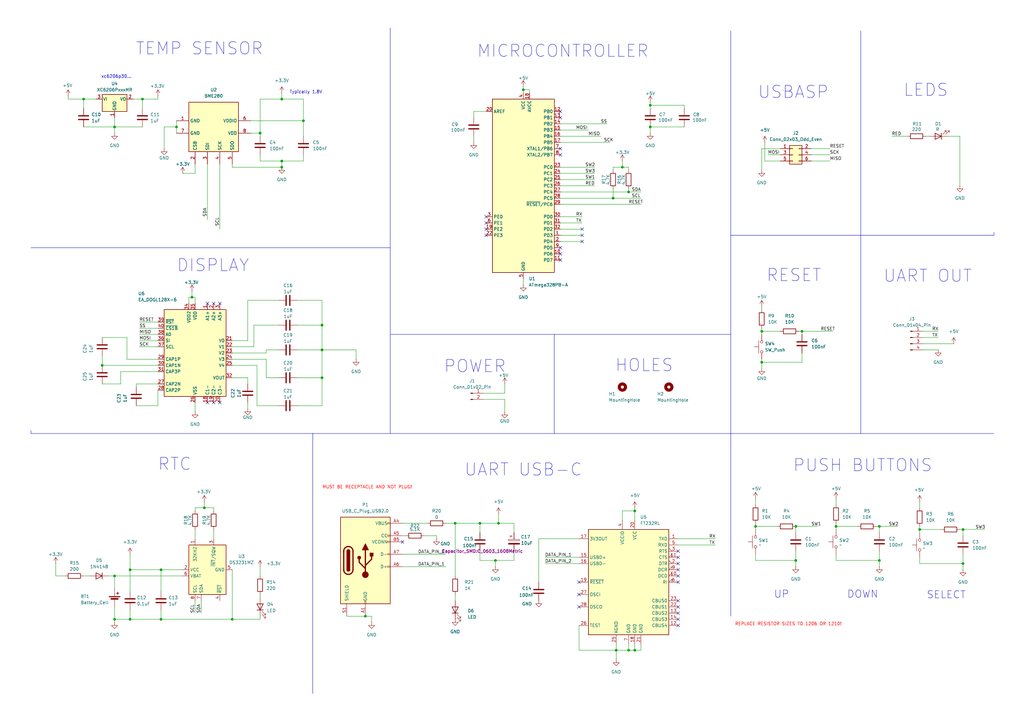
<source format=kicad_sch>
(kicad_sch (version 20231120) (generator "eeschema") (generator_version "8.0")
  (paper "A3")
  (title_block (title "NightStandClock") (date "2024-10-17") (company "Lucas Canete"))
  (junction (at 328.93 135.89))
  (junction (at 132.08 133.35))
  (junction (at 360.68 229.87))
  (junction (at 312.42 148.59))
  (junction (at 251.46 81.28))
  (junction (at 66.04 254))
  (junction (at 326.39 229.87))
  (junction (at 149.86 252.73))
  (junction (at 41.91 149.86))
  (junction (at 257.81 266.7))
  (junction (at 260.35 266.7))
  (junction (at 115.57 40.64))
  (junction (at 266.7 43.18))
  (junction (at 34.29 40.64))
  (junction (at 203.2 229.87))
  (junction (at 260.35 209.55))
  (junction (at 132.08 143.51))
  (junction (at 78.74 121.92))
  (junction (at 394.97 217.17))
  (junction (at 196.85 214.63))
  (junction (at 115.57 66.04))
  (junction (at 83.82 208.28))
  (junction (at 394.97 231.14))
  (junction (at 46.99 52.07))
  (junction (at 124.46 49.53))
  (junction (at 53.34 254))
  (junction (at 326.39 215.9))
  (junction (at 115.57 68.58))
  (junction (at 255.27 68.58))
  (junction (at 58.42 40.64))
  (junction (at 214.63 36.83))
  (junction (at 204.47 214.63))
  (junction (at 252.73 266.7))
  (junction (at 66.04 233.68))
  (junction (at 309.88 215.9))
  (junction (at 312.42 135.89))
  (junction (at 377.19 217.17))
  (junction (at 106.68 54.61))
  (junction (at 53.34 233.68))
  (junction (at 342.9 215.9))
  (junction (at 186.69 214.63))
  (junction (at 266.7 52.07))
  (junction (at 46.99 254))
  (junction (at 360.68 215.9))
  (junction (at 46.99 236.22))
  (junction (at 95.25 254))
  (junction (at 257.81 78.74))
  (junction (at 132.08 154.94))
  (junction (at 72.39 52.07))
  (no_connect (at 278.13 254))
  (no_connect (at 278.13 226.06))
  (no_connect (at 229.87 48.26))
  (no_connect (at 229.87 101.6))
  (no_connect (at 87.63 165.1))
  (no_connect (at 278.13 248.92))
  (no_connect (at 278.13 228.6))
  (no_connect (at 90.17 124.46))
  (no_connect (at 278.13 238.76))
  (no_connect (at 278.13 256.54))
  (no_connect (at 278.13 231.14))
  (no_connect (at 229.87 63.5))
  (no_connect (at 229.87 106.68))
  (no_connect (at 199.39 88.9))
  (no_connect (at 278.13 246.38))
  (no_connect (at 237.49 238.76))
  (no_connect (at 165.1 222.25))
  (no_connect (at 237.49 243.84))
  (no_connect (at 229.87 60.96))
  (no_connect (at 199.39 96.52))
  (no_connect (at 278.13 251.46))
  (no_connect (at 87.63 124.46))
  (no_connect (at 90.17 165.1))
  (no_connect (at 199.39 91.44))
  (no_connect (at 278.13 236.22))
  (no_connect (at 85.09 165.1))
  (no_connect (at 238.76 96.52))
  (no_connect (at 199.39 93.98))
  (no_connect (at 85.09 124.46))
  (no_connect (at 238.76 99.06))
  (no_connect (at 229.87 104.14))
  (no_connect (at 237.49 248.92))
  (no_connect (at 229.87 45.72))
  (no_connect (at 278.13 233.68))
  (no_connect (at 238.76 93.98))
  (wire (pts (xy 132.08 166.37) (xy 121.92 166.37)))
  (wire (pts (xy 124.46 49.53) (xy 124.46 55.88)))
  (wire (pts (xy 64.77 39.37) (xy 64.77 40.64)))
  (wire (pts (xy 229.87 99.06) (xy 238.76 99.06)))
  (wire (pts (xy 83.82 205.74) (xy 83.82 208.28)))
  (wire (pts (xy 95.25 142.24) (xy 104.14 142.24)))
  (wire (pts (xy 388.62 55.88) (xy 393.7 55.88)))
  (wire (pts (xy 46.99 236.22) (xy 74.93 236.22)))
  (wire (pts (xy 198.12 161.29) (xy 207.01 161.29)))
  (wire (pts (xy 90.17 67.31) (xy 90.17 93.98)))
  (wire (pts (xy 80.01 121.92) (xy 80.01 124.46)))
  (wire (pts (xy 72.39 52.07) (xy 72.39 54.61)))
  (wire (pts (xy 121.92 143.51) (xy 132.08 143.51)))
  (wire (pts (xy 52.07 147.32) (xy 52.07 138.43)))
  (wire (pts (xy 186.69 214.63) (xy 196.85 214.63)))
  (wire (pts (xy 105.41 149.86) (xy 105.41 166.37)))
  (wire (pts (xy 326.39 229.87) (xy 326.39 232.41)))
  (wire (pts (xy 179.07 219.71) (xy 179.07 220.98)))
  (wire (pts (xy 46.99 48.26) (xy 46.99 52.07)))
  (wire (pts (xy 260.35 266.7) (xy 262.89 266.7)))
  (polyline (pts (xy 160.02 137.16) (xy 299.72 137.16)))
  (wire (pts (xy 207.01 163.83) (xy 207.01 168.91)))
  (wire (pts (xy 237.49 266.7) (xy 252.73 266.7)))
  (wire (pts (xy 250.19 58.42) (xy 229.87 58.42)))
  (wire (pts (xy 165.1 219.71) (xy 166.37 219.71)))
  (wire (pts (xy 266.7 43.18) (xy 280.67 43.18)))
  (wire (pts (xy 229.87 91.44) (xy 238.76 91.44)))
  (wire (pts (xy 210.82 229.87) (xy 210.82 226.06)))
  (wire (pts (xy 257.81 266.7) (xy 260.35 266.7)))
  (wire (pts (xy 101.6 139.7) (xy 101.6 123.19)))
  (wire (pts (xy 377.19 205.74) (xy 377.19 208.28)))
  (wire (pts (xy 217.17 38.1) (xy 217.17 36.83)))
  (wire (pts (xy 165.1 214.63) (xy 175.26 214.63)))
  (wire (pts (xy 132.08 154.94) (xy 132.08 166.37)))
  (wire (pts (xy 320.04 60.96) (xy 312.42 60.96)))
  (wire (pts (xy 207.01 157.48) (xy 207.01 161.29)))
  (wire (pts (xy 377.19 217.17) (xy 386.08 217.17)))
  (wire (pts (xy 55.88 157.48) (xy 55.88 158.75)))
  (wire (pts (xy 146.05 143.51) (xy 146.05 147.32)))
  (wire (pts (xy 328.93 144.78) (xy 328.93 148.59)))
  (wire (pts (xy 342.9 229.87) (xy 360.68 229.87)))
  (wire (pts (xy 312.42 148.59) (xy 312.42 151.13)))
  (wire (pts (xy 203.2 229.87) (xy 210.82 229.87)))
  (wire (pts (xy 46.99 52.07) (xy 46.99 54.61)))
  (wire (pts (xy 87.63 217.17) (xy 87.63 220.98)))
  (wire (pts (xy 95.25 139.7) (xy 101.6 139.7)))
  (wire (pts (xy 377.19 217.17) (xy 377.19 218.44)))
  (wire (pts (xy 105.41 166.37) (xy 114.3 166.37)))
  (wire (pts (xy 309.88 204.47) (xy 309.88 207.01)))
  (wire (pts (xy 223.52 231.14) (xy 237.49 231.14)))
  (wire (pts (xy 165.1 232.41) (xy 182.88 232.41)))
  (wire (pts (xy 255.27 213.36) (xy 255.27 209.55)))
  (wire (pts (xy 237.49 256.54) (xy 237.49 266.7)))
  (wire (pts (xy 266.7 52.07) (xy 266.7 54.61)))
  (wire (pts (xy 210.82 214.63) (xy 210.82 218.44)))
  (wire (pts (xy 41.91 157.48) (xy 49.53 157.48)))
  (wire (pts (xy 115.57 66.04) (xy 124.46 66.04)))
  (wire (pts (xy 22.86 236.22) (xy 22.86 231.14)))
  (wire (pts (xy 104.14 142.24) (xy 104.14 133.35)))
  (wire (pts (xy 27.94 39.37) (xy 27.94 40.64)))
  (wire (pts (xy 85.09 67.31) (xy 85.09 90.17)))
  (wire (pts (xy 266.7 41.91) (xy 266.7 43.18)))
  (wire (pts (xy 332.74 66.04) (xy 340.36 66.04)))
  (wire (pts (xy 312.42 60.96) (xy 312.42 69.85)))
  (wire (pts (xy 106.68 232.41) (xy 106.68 236.22)))
  (wire (pts (xy 342.9 227.33) (xy 342.9 229.87)))
  (wire (pts (xy 121.92 123.19) (xy 132.08 123.19)))
  (wire (pts (xy 204.47 210.82) (xy 204.47 214.63)))
  (wire (pts (xy 132.08 143.51) (xy 132.08 154.94)))
  (polyline (pts (xy 407.67 177.8) (xy 299.72 177.8)))
  (wire (pts (xy 102.87 49.53) (xy 124.46 49.53)))
  (polyline (pts (xy 128.27 177.8) (xy 128.27 284.48)))
  (wire (pts (xy 39.37 40.64) (xy 34.29 40.64)))
  (wire (pts (xy 80.01 217.17) (xy 80.01 220.98)))
  (wire (pts (xy 80.01 165.1) (xy 80.01 168.91)))
  (wire (pts (xy 257.81 68.58) (xy 257.81 69.85)))
  (wire (pts (xy 214.63 36.83) (xy 214.63 38.1)))
  (wire (pts (xy 377.19 228.6) (xy 377.19 231.14)))
  (wire (pts (xy 66.04 233.68) (xy 66.04 242.57)))
  (wire (pts (xy 309.88 215.9) (xy 318.77 215.9)))
  (wire (pts (xy 255.27 66.04) (xy 255.27 68.58)))
  (wire (pts (xy 27.94 40.64) (xy 34.29 40.64)))
  (wire (pts (xy 77.47 124.46) (xy 77.47 121.92)))
  (polyline (pts (xy 160.02 96.52) (xy 160.02 177.8)))
  (wire (pts (xy 320.04 66.04) (xy 313.69 66.04)))
  (polyline (pts (xy 128.27 177.8) (xy 12.7 177.8)))
  (wire (pts (xy 204.47 214.63) (xy 210.82 214.63)))
  (wire (pts (xy 251.46 69.85) (xy 251.46 68.58)))
  (wire (pts (xy 102.87 54.61) (xy 106.68 54.61)))
  (wire (pts (xy 66.04 233.68) (xy 53.34 233.68)))
  (wire (pts (xy 278.13 220.98) (xy 293.37 220.98)))
  (wire (pts (xy 72.39 49.53) (xy 72.39 52.07)))
  (polyline (pts (xy 227.33 137.16) (xy 227.33 177.8)))
  (wire (pts (xy 229.87 71.12) (xy 243.84 71.12)))
  (wire (pts (xy 34.29 52.07) (xy 46.99 52.07)))
  (wire (pts (xy 312.42 147.32) (xy 312.42 148.59)))
  (wire (pts (xy 34.29 236.22) (xy 36.83 236.22)))
  (wire (pts (xy 229.87 55.88) (xy 246.38 55.88)))
  (wire (pts (xy 220.98 238.76) (xy 220.98 220.98)))
  (wire (pts (xy 26.67 236.22) (xy 22.86 236.22)))
  (wire (pts (xy 255.27 209.55) (xy 260.35 209.55)))
  (wire (pts (xy 106.68 66.04) (xy 115.57 66.04)))
  (wire (pts (xy 214.63 35.56) (xy 214.63 36.83)))
  (wire (pts (xy 255.27 68.58) (xy 257.81 68.58)))
  (wire (pts (xy 95.25 67.31) (xy 95.25 68.58)))
  (wire (pts (xy 251.46 81.28) (xy 262.89 81.28)))
  (wire (pts (xy 229.87 88.9) (xy 238.76 88.9)))
  (wire (pts (xy 64.77 166.37) (xy 64.77 160.02)))
  (wire (pts (xy 124.46 63.5) (xy 124.46 66.04)))
  (polyline (pts (xy 407.67 95.25) (xy 407.67 96.52)))
  (wire (pts (xy 280.67 43.18) (xy 280.67 44.45)))
  (wire (pts (xy 262.89 266.7) (xy 262.89 264.16)))
  (wire (pts (xy 326.39 226.06) (xy 326.39 229.87)))
  (wire (pts (xy 67.31 52.07) (xy 67.31 60.96)))
  (wire (pts (xy 115.57 66.04) (xy 115.57 68.58)))
  (wire (pts (xy 165.1 227.33) (xy 182.88 227.33)))
  (wire (pts (xy 124.46 40.64) (xy 124.46 49.53)))
  (wire (pts (xy 229.87 93.98) (xy 238.76 93.98)))
  (wire (pts (xy 266.7 52.07) (xy 280.67 52.07)))
  (wire (pts (xy 309.88 215.9) (xy 309.88 217.17)))
  (wire (pts (xy 260.35 209.55) (xy 260.35 213.36)))
  (wire (pts (xy 87.63 208.28) (xy 87.63 209.55)))
  (wire (pts (xy 152.4 252.73) (xy 152.4 255.27)))
  (wire (pts (xy 66.04 254) (xy 53.34 254)))
  (wire (pts (xy 214.63 114.3) (xy 214.63 116.84)))
  (wire (pts (xy 229.87 78.74) (xy 257.81 78.74)))
  (wire (pts (xy 95.25 154.94) (xy 101.6 154.94)))
  (wire (pts (xy 64.77 147.32) (xy 52.07 147.32)))
  (wire (pts (xy 46.99 248.92) (xy 46.99 254)))
  (wire (pts (xy 186.69 243.84) (xy 186.69 246.38)))
  (wire (pts (xy 229.87 83.82) (xy 262.89 83.82)))
  (wire (pts (xy 52.07 138.43) (xy 41.91 138.43)))
  (wire (pts (xy 58.42 40.64) (xy 58.42 44.45)))
  (wire (pts (xy 49.53 157.48) (xy 49.53 152.4)))
  (wire (pts (xy 194.31 55.88) (xy 194.31 58.42)))
  (wire (pts (xy 229.87 96.52) (xy 238.76 96.52)))
  (wire (pts (xy 252.73 266.7) (xy 252.73 270.51)))
  (wire (pts (xy 260.35 208.28) (xy 260.35 209.55)))
  (wire (pts (xy 106.68 254) (xy 95.25 254)))
  (wire (pts (xy 72.39 52.07) (xy 67.31 52.07)))
  (wire (pts (xy 80.01 209.55) (xy 80.01 208.28)))
  (wire (pts (xy 106.68 54.61) (xy 106.68 40.64)))
  (polyline (pts (xy 299.72 177.8) (xy 128.27 177.8)))
  (wire (pts (xy 95.25 254) (xy 66.04 254)))
  (wire (pts (xy 223.52 228.6) (xy 237.49 228.6)))
  (wire (pts (xy 57.15 142.24) (xy 64.77 142.24)))
  (wire (pts (xy 53.34 254) (xy 46.99 254)))
  (wire (pts (xy 313.69 58.42) (xy 313.69 66.04)))
  (wire (pts (xy 379.73 55.88) (xy 381 55.88)))
  (wire (pts (xy 106.68 243.84) (xy 106.68 245.11)))
  (wire (pts (xy 64.77 157.48) (xy 55.88 157.48)))
  (wire (pts (xy 252.73 266.7) (xy 257.81 266.7)))
  (wire (pts (xy 394.97 227.33) (xy 394.97 231.14)))
  (wire (pts (xy 332.74 60.96) (xy 340.36 60.96)))
  (wire (pts (xy 359.41 215.9) (xy 360.68 215.9)))
  (wire (pts (xy 196.85 226.06) (xy 196.85 229.87)))
  (wire (pts (xy 78.74 119.38) (xy 78.74 121.92)))
  (wire (pts (xy 53.34 227.33) (xy 53.34 233.68)))
  (wire (pts (xy 327.66 135.89) (xy 328.93 135.89)))
  (wire (pts (xy 229.87 81.28) (xy 251.46 81.28)))
  (wire (pts (xy 314.96 63.5) (xy 320.04 63.5)))
  (wire (pts (xy 46.99 236.22) (xy 46.99 241.3)))
  (wire (pts (xy 342.9 214.63) (xy 342.9 215.9)))
  (wire (pts (xy 74.93 71.12) (xy 80.01 71.12)))
  (wire (pts (xy 328.93 135.89) (xy 341.63 135.89)))
  (wire (pts (xy 377.19 215.9) (xy 377.19 217.17)))
  (wire (pts (xy 95.25 149.86) (xy 105.41 149.86)))
  (wire (pts (xy 393.7 217.17) (xy 394.97 217.17)))
  (wire (pts (xy 106.68 252.73) (xy 106.68 254)))
  (wire (pts (xy 53.34 233.68) (xy 53.34 242.57)))
  (wire (pts (xy 58.42 40.64) (xy 64.77 40.64)))
  (wire (pts (xy 251.46 77.47) (xy 251.46 81.28)))
  (wire (pts (xy 80.01 246.38) (xy 80.01 251.46)))
  (wire (pts (xy 278.13 223.52) (xy 293.37 223.52)))
  (polyline (pts (xy 160.02 11.43) (xy 160.02 96.52)))
  (wire (pts (xy 34.29 40.64) (xy 34.29 44.45)))
  (polyline (pts (xy 299.72 96.52) (xy 407.67 96.52)))
  (wire (pts (xy 83.82 208.28) (xy 87.63 208.28)))
  (wire (pts (xy 326.39 215.9) (xy 326.39 218.44)))
  (wire (pts (xy 394.97 231.14) (xy 394.97 233.68)))
  (wire (pts (xy 95.25 68.58) (xy 115.57 68.58)))
  (wire (pts (xy 326.39 215.9) (xy 335.28 215.9)))
  (wire (pts (xy 378.46 135.89) (xy 384.81 135.89)))
  (wire (pts (xy 46.99 52.07) (xy 58.42 52.07)))
  (wire (pts (xy 360.68 215.9) (xy 360.68 218.44)))
  (wire (pts (xy 217.17 36.83) (xy 214.63 36.83)))
  (wire (pts (xy 95.25 233.68) (xy 95.25 254)))
  (wire (pts (xy 394.97 217.17) (xy 403.86 217.17)))
  (wire (pts (xy 80.01 208.28) (xy 83.82 208.28)))
  (wire (pts (xy 149.86 252.73) (xy 152.4 252.73)))
  (wire (pts (xy 328.93 148.59) (xy 312.42 148.59)))
  (wire (pts (xy 377.19 231.14) (xy 394.97 231.14)))
  (wire (pts (xy 260.35 264.16) (xy 260.35 266.7)))
  (wire (pts (xy 196.85 214.63) (xy 204.47 214.63)))
  (polyline (pts (xy 12.7 176.53) (xy 12.7 177.8)))
  (wire (pts (xy 229.87 73.66) (xy 243.84 73.66)))
  (wire (pts (xy 57.15 134.62) (xy 64.77 134.62)))
  (wire (pts (xy 109.22 144.78) (xy 109.22 143.51)))
  (wire (pts (xy 312.42 135.89) (xy 312.42 137.16)))
  (wire (pts (xy 115.57 40.64) (xy 124.46 40.64)))
  (wire (pts (xy 312.42 134.62) (xy 312.42 135.89)))
  (wire (pts (xy 229.87 68.58) (xy 243.84 68.58)))
  (wire (pts (xy 95.25 144.78) (xy 109.22 144.78)))
  (wire (pts (xy 49.53 152.4) (xy 64.77 152.4)))
  (wire (pts (xy 378.46 140.97) (xy 391.16 140.97)))
  (wire (pts (xy 342.9 215.9) (xy 342.9 217.17)))
  (wire (pts (xy 109.22 147.32) (xy 109.22 154.94)))
  (wire (pts (xy 309.88 227.33) (xy 309.88 229.87)))
  (wire (pts (xy 342.9 215.9) (xy 351.79 215.9)))
  (wire (pts (xy 44.45 236.22) (xy 46.99 236.22)))
  (wire (pts (xy 109.22 143.51) (xy 114.3 143.51)))
  (wire (pts (xy 196.85 229.87) (xy 203.2 229.87)))
  (wire (pts (xy 121.92 154.94) (xy 132.08 154.94)))
  (wire (pts (xy 57.15 132.08) (xy 64.77 132.08)))
  (wire (pts (xy 132.08 143.51) (xy 146.05 143.51)))
  (wire (pts (xy 46.99 254) (xy 46.99 255.27)))
  (polyline (pts (xy 299.72 12.7) (xy 299.72 177.8)))
  (wire (pts (xy 393.7 55.88) (xy 393.7 76.2)))
  (wire (pts (xy 66.04 250.19) (xy 66.04 254)))
  (wire (pts (xy 186.69 214.63) (xy 186.69 236.22)))
  (wire (pts (xy 328.93 135.89) (xy 328.93 137.16)))
  (wire (pts (xy 41.91 149.86) (xy 64.77 149.86)))
  (wire (pts (xy 309.88 229.87) (xy 326.39 229.87)))
  (wire (pts (xy 360.68 215.9) (xy 368.3 215.9)))
  (wire (pts (xy 257.81 78.74) (xy 262.89 78.74)))
  (wire (pts (xy 82.55 246.38) (xy 82.55 251.46)))
  (wire (pts (xy 95.25 147.32) (xy 109.22 147.32)))
  (wire (pts (xy 142.24 252.73) (xy 149.86 252.73)))
  (wire (pts (xy 121.92 133.35) (xy 132.08 133.35)))
  (wire (pts (xy 378.46 138.43) (xy 384.81 138.43)))
  (wire (pts (xy 101.6 165.1) (xy 101.6 167.64)))
  (wire (pts (xy 109.22 154.94) (xy 114.3 154.94)))
  (wire (pts (xy 229.87 53.34) (xy 241.3 53.34)))
  (wire (pts (xy 199.39 45.72) (xy 194.31 45.72)))
  (wire (pts (xy 101.6 123.19) (xy 114.3 123.19)))
  (wire (pts (xy 74.93 233.68) (xy 66.04 233.68)))
  (wire (pts (xy 104.14 133.35) (xy 114.3 133.35)))
  (wire (pts (xy 54.61 40.64) (xy 58.42 40.64)))
  (wire (pts (xy 229.87 50.8) (xy 248.92 50.8)))
  (wire (pts (xy 78.74 121.92) (xy 80.01 121.92)))
  (polyline (pts (xy 12.7 101.6) (xy 160.02 101.6)))
  (wire (pts (xy 203.2 229.87) (xy 203.2 232.41)))
  (wire (pts (xy 55.88 166.37) (xy 64.77 166.37)))
  (wire (pts (xy 220.98 220.98) (xy 237.49 220.98)))
  (wire (pts (xy 106.68 54.61) (xy 106.68 55.88)))
  (wire (pts (xy 332.74 63.5) (xy 340.36 63.5)))
  (polyline (pts (xy 353.06 12.7) (xy 353.06 177.8)))
  (wire (pts (xy 365.76 55.88) (xy 372.11 55.88)))
  (wire (pts (xy 77.47 121.92) (xy 78.74 121.92)))
  (wire (pts (xy 53.34 250.19) (xy 53.34 254)))
  (wire (pts (xy 101.6 154.94) (xy 101.6 157.48)))
  (wire (pts (xy 194.31 45.72) (xy 194.31 48.26)))
  (wire (pts (xy 309.88 214.63) (xy 309.88 215.9)))
  (wire (pts (xy 266.7 43.18) (xy 266.7 44.45)))
  (wire (pts (xy 132.08 133.35) (xy 132.08 143.51)))
  (polyline (pts (xy 299.72 177.8) (xy 299.72 252.73)))
  (wire (pts (xy 57.15 137.16) (xy 64.77 137.16)))
  (wire (pts (xy 173.99 219.71) (xy 179.07 219.71)))
  (wire (pts (xy 257.81 77.47) (xy 257.81 78.74)))
  (wire (pts (xy 106.68 40.64) (xy 115.57 40.64)))
  (wire (pts (xy 312.42 135.89) (xy 320.04 135.89)))
  (wire (pts (xy 182.88 214.63) (xy 186.69 214.63)))
  (wire (pts (xy 132.08 123.19) (xy 132.08 133.35)))
  (wire (pts (xy 312.42 127) (xy 312.42 125.73)))
  (wire (pts (xy 229.87 76.2) (xy 243.84 76.2)))
  (wire (pts (xy 342.9 204.47) (xy 342.9 207.01)))
  (wire (pts (xy 41.91 146.05) (xy 41.91 149.86)))
  (wire (pts (xy 394.97 217.17) (xy 394.97 219.71)))
  (wire (pts (xy 360.68 229.87) (xy 360.68 232.41)))
  (wire (pts (xy 198.12 163.83) (xy 207.01 163.83)))
  (wire (pts (xy 57.15 139.7) (xy 64.77 139.7)))
  (wire (pts (xy 257.81 264.16) (xy 257.81 266.7)))
  (wire (pts (xy 360.68 226.06) (xy 360.68 229.87)))
  (wire (pts (xy 251.46 68.58) (xy 255.27 68.58)))
  (wire (pts (xy 80.01 71.12) (xy 80.01 67.31)))
  (wire (pts (xy 196.85 214.63) (xy 196.85 218.44)))
  (wire (pts (xy 378.46 143.51) (xy 384.81 143.51)))
  (wire (pts (xy 252.73 264.16) (xy 252.73 266.7)))
  (wire (pts (xy 115.57 38.1) (xy 115.57 40.64)))
  (wire (pts (xy 106.68 63.5) (xy 106.68 66.04)))
  (text "RESET" (at 325.628 113.03 0) (effects (font (size 5 5))))
  (text "UP" (at 320.548 243.84 0) (effects (font (size 3 3))))
  (text "DISPLAY" (at 87.376 108.966 0) (effects (font (size 5 5))))
  (text "REPLACE RESISTOR SIZES TO 1206 OR 1210!" (at 323.342 256.032 0) (effects (font (size 1.27 1.27))))
  (text "Typically 1.8V\n" (at 125.476 37.846 0) (effects (font (size 1.27 1.27))))
  (text "HOLES\n" (at 264.2008 149.9621 0) (effects (font (size 5 5))))
  (text "UART USB-C\n" (at 214.63 192.786 0) (effects (font (size 5 5))))
  (text "POWER\n" (at 194.818 150.368 0) (effects (font (size 5 5))))
  (text "xc6206p30..." (at 47.752 31.496 0) (effects (font (size 1.27 1.27))))
  (text "UART OUT\n\n" (at 380.492 117.348 0) (effects (font (size 5 5))))
  (text "PUSH BUTTONS" (at 353.822 191.008 0) (effects (font (size 5 5))))
  (text "DOWN\n" (at 353.822 243.84 0) (effects (font (size 3 3))))
  (text "MUST BE RECEPTACLE AND NOT PLUG!" (at 150.622 199.898 0) (effects (font (size 1.27 1.27))))
  (text "MICROCONTROLLER" (at 230.886 21.082 0) (effects (font (size 5 5))))
  (text "TEMP SENSOR" (at 81.788 20.066 0) (effects (font (size 5 5))))
  (text "SELECT\n" (at 388.112 244.094 0) (effects (font (size 3 3))))
  (text "LEDS\n" (at 379.73 37.084 0) (effects (font (size 5 5))))
  (text "USBASP\n\n\n" (at 325.374 45.974 0) (effects (font (size 5 5))))
  (text "RTC\n" (at 71.628 190.5 0) (effects (font (size 5 5))))
  (label "SW1" (at 240.03 73.66 0))
  (label "SCK" (at 340.36 63.5 0))
  (label "MISO" (at 340.36 66.04 0))
  (label "SW1" (at 332.74 215.9 0))
  (label "MOSI" (at 236.22 53.34 0))
  (label "MISO" (at 57.15 137.16 0))
  (label "RED" (at 365.76 55.88 0))
  (label "MOSI" (at 57.15 139.7 0))
  (label "DATA_PIN_1" (at 223.52 228.6 0))
  (label "RX" (at 382.27 135.89 0))
  (label "SW2" (at 240.03 68.58 0))
  (label "TX" (at 236.22 91.44 0))
  (label "SW3" (at 400.05 217.17 0))
  (label "SCK" (at 57.15 142.24 0))
  (label "SDA" (at 82.55 251.46 90))
  (label "RESET" (at 257.81 83.82 0))
  (label "DATA_PIN_1" (at 171.45 232.41 0))
  (label "RX" (at 290.83 220.98 0))
  (label "SW2" (at 364.49 215.9 0))
  (label "TX" (at 290.83 223.52 0))
  (label "RESET" (at 340.36 60.96 0))
  (label "SCL" (at 80.01 251.46 90))
  (label "SCL" (at 90.17 92.71 90))
  (label "SW3" (at 240.03 71.12 0))
  (label "RED" (at 240.03 76.2 0))
  (label "MISO" (at 241.3 55.88 0))
  (label "TX" (at 382.27 138.43 0))
  (label "SCK" (at 247.65 58.42 0))
  (label "SCL" (at 259.08 81.28 0))
  (label "DATA_PIN_2" (at 171.45 227.33 0))
  (label "SS" (at 57.15 134.62 0))
  (label "DATA_PIN_2" (at 223.52 231.14 0))
  (label "SDA" (at 85.09 88.9 90))
  (label "RESET" (at 336.55 135.89 0))
  (label "RX" (at 236.22 88.9 0))
  (label "SS" (at 246.38 50.8 0))
  (label "SDA" (at 259.08 78.74 0))
  (label "MOSI" (at 314.96 63.5 0))
  (label "RESET" (at 57.15 132.08 0))
  (symbol (lib_id "power:GND") (at 203.2 232.41 0) (unit 1)
    (property "Reference" "#PWR039" (effects (hide yes)))
    (property "Value" "GND" (at 203.2 237.49 0))
    (property "Description" "Power symbol creates a global label with name \"GND\" , ground" (effects (hide yes)))
  )
  (symbol (lib_id "Device:LED") (at 106.68 248.92 90) (unit 1)
    (property "Reference" "D4" (at 109.474 247.904 90) (effects (justify right)))
    (property "Value" "LED" (at 109.474 250.444 90) (effects (justify right)))
    (property "Footprint" "LED_SMD:LED_0603_1608Metric" (effects (hide yes)))
    (property "Description" "Light emitting diode" (effects (hide yes)))
  )
  (symbol (lib_id "Timer_RTC:DS3231MZ") (at 85.09 233.68 90) (unit 1)
    (property "Reference" "U3" (at 99.06 228.1838 90))
    (property "Value" "DS3231MZ" (at 99.06 230.7238 90))
    (property "Footprint" "Package_SO:SOIC-8_3.9x4.9mm_P1.27mm" (effects (hide yes)))
    (property "Datasheet" "http://datasheets.maximintegrated.com/en/ds/DS3231M.pdf" (effects (hide yes)))
    (property "Description" "±5ppm, I2C Real-Time Clock SOIC-8" (effects (hide yes)))
  )
  (symbol (lib_id "power:GND") (at 80.01 168.91 0) (unit 1)
    (property "Reference" "#PWR041" (effects (hide yes)))
    (property "Value" "GND" (at 80.01 173.99 0))
    (property "Description" "Power symbol creates a global label with name \"GND\" , ground" (effects (hide yes)))
  )
  (symbol (lib_id "power:VCC") (at 377.19 205.74 0) (unit 1)
    (property "Reference" "#PWR06" (effects (hide yes)))
    (property "Value" "+5V" (at 374.904 200.914 0) (effects (justify left)))
    (property "Description" "Power symbol creates a global label with name \"VCC\"" (effects (hide yes)))
  )
  (symbol (lib_id "power:+3.3V") (at 74.93 71.12 0) (unit 1)
    (property "Reference" "#PWR07" (effects (hide yes)))
    (property "Value" "+3.3V" (at 74.93 67.31 0))
    (property "Description" "Power symbol creates a global label with name \"+3.3V\"" (effects (hide yes)))
  )
  (symbol (lib_id "power:GND") (at 252.73 270.51 0) (unit 1)
    (property "Reference" "#PWR034" (effects (hide yes)))
    (property "Value" "GND" (at 252.73 275.59 0))
    (property "Description" "Power symbol creates a global label with name \"GND\" , ground" (effects (hide yes)))
  )
  (symbol (lib_id "Regulator_Linear:XC6206PxxxMR") (at 46.99 40.64 0) (unit 1)
    (property "Reference" "U4" (at 46.99 34.29 0))
    (property "Value" "XC6206PxxxMR" (at 46.99 36.83 0))
    (property "Footprint" "Package_TO_SOT_SMD:SOT-23" (effects (hide yes)))
    (property "Datasheet" "https://www.torexsemi.com/file/xc6206/XC6206.pdf" (effects (hide yes)))
    (property "Description" "Positive 60-250mA Low Dropout Regulator, Fixed Output, SOT-23" (effects (hide yes)))
  )
  (symbol (lib_id "Device:C") (at 55.88 162.56 180) (unit 1)
    (property "Reference" "C23" (at 48.768 163.322 90))
    (property "Value" "1uF" (at 51.308 163.322 90))
    (property "Footprint" "Capacitor_SMD:C_0603_1608Metric" (effects (hide yes)))
    (property "Description" "Unpolarized capacitor" (effects (hide yes)))
  )
  (symbol (lib_id "Device:C") (at 101.6 161.29 180) (unit 1)
    (property "Reference" "C22" (at 95.504 161.29 90))
    (property "Value" "1uF" (at 98.044 161.29 90))
    (property "Footprint" "Capacitor_SMD:C_0603_1608Metric" (effects (hide yes)))
    (property "Description" "Unpolarized capacitor" (effects (hide yes)))
  )
  (symbol (lib_id "Device:C") (at 34.29 48.26 0) (unit 1)
    (property "Reference" "C10" (at 37.5013 46.9899 0) (effects (justify left)))
    (property "Value" "1uF" (at 37.5013 49.5299 0) (effects (justify left)))
    (property "Footprint" "Capacitor_SMD:C_0603_1608Metric" (effects (hide yes)))
    (property "Description" "Unpolarized capacitor" (effects (hide yes)))
  )
  (symbol (lib_id "Device:C") (at 118.11 133.35 90) (unit 1)
    (property "Reference" "C18" (at 118.11 127.254 90))
    (property "Value" "1uF" (at 118.11 129.794 90))
    (property "Footprint" "Capacitor_SMD:C_0603_1608Metric" (effects (hide yes)))
    (property "Description" "Unpolarized capacitor" (effects (hide yes)))
  )
  (symbol (lib_id "power:GND") (at 394.97 233.68 0) (unit 1)
    (property "Reference" "#PWR03" (effects (hide yes)))
    (property "Value" "GND" (at 394.97 238.76 0))
    (property "Description" "Power symbol creates a global label with name \"GND\" , ground" (effects (hide yes)))
  )
  (symbol (lib_id "power:VCC") (at 266.7 41.91 0) (unit 1)
    (property "Reference" "#PWR019" (effects (hide yes)))
    (property "Value" "+5V" (at 266.7 38.354 0))
    (property "Description" "Power symbol creates a global label with name \"VCC\"" (effects (hide yes)))
  )
  (symbol (lib_id "power:VCC") (at 342.9 204.47 0) (unit 1)
    (property "Reference" "#PWR05" (effects (hide yes)))
    (property "Value" "+5V" (at 340.868 200.406 0) (effects (justify left)))
    (property "Description" "Power symbol creates a global label with name \"VCC\"" (effects (hide yes)))
  )
  (symbol (lib_id "power:GND") (at 312.42 151.13 0) (unit 1)
    (property "Reference" "#PWR018" (effects (hide yes)))
    (property "Value" "GND" (at 312.42 155.194 0))
    (property "Description" "Power symbol creates a global label with name \"GND\" , ground" (effects (hide yes)))
  )
  (symbol (lib_id "Device:C") (at 220.98 242.57 0) (unit 1)
    (property "Reference" "C14" (at 214.122 241.3 0) (effects (justify left)))
    (property "Value" "100nF" (at 212.852 244.094 0) (effects (justify left)))
    (property "Footprint" "Capacitor_SMD:C_0603_1608Metric" (effects (hide yes)))
    (property "Description" "Unpolarized capacitor" (effects (hide yes)))
  )
  (symbol (lib_id "Device:C") (at 118.11 143.51 90) (unit 1)
    (property "Reference" "C19" (at 118.11 137.414 90))
    (property "Value" "1uF" (at 118.11 139.954 90))
    (property "Footprint" "Capacitor_SMD:C_0603_1608Metric" (effects (hide yes)))
    (property "Description" "Unpolarized capacitor" (effects (hide yes)))
  )
  (symbol (lib_id "power:GND") (at 220.98 246.38 0) (unit 1)
    (property "Reference" "#PWR037" (effects (hide yes)))
    (property "Value" "GND" (at 216.154 247.65 0))
    (property "Description" "Power symbol creates a global label with name \"GND\" , ground" (effects (hide yes)))
  )
  (symbol (lib_id "power:+5V") (at 260.35 208.28 0) (unit 1)
    (property "Reference" "#PWR036" (effects (hide yes)))
    (property "Value" "+5V" (at 260.35 203.2 0))
    (property "Description" "Power symbol creates a global label with name \"+5V\"" (effects (hide yes)))
  )
  (symbol (lib_id "power:VCC") (at 391.16 140.97 0) (unit 1)
    (property "Reference" "#PWR014" (effects (hide yes)))
    (property "Value" "+5V" (at 391.16 135.89 0))
    (property "Description" "Power symbol creates a global label with name \"VCC\"" (effects (hide yes)))
  )
  (symbol (lib_id "Interface_USB:FT232RL") (at 257.81 238.76 0) (unit 1)
    (property "Reference" "U5" (at 262.5441 212.09 0) (effects (justify left)))
    (property "Value" "FT232RL" (at 262.5441 214.63 0) (effects (justify left)))
    (property "Footprint" "Package_SO:SSOP-28_5.3x10.2mm_P0.65mm" (effects (hide yes)))
    (property "Datasheet" "https://www.ftdichip.com/Support/Documents/DataSheets/ICs/DS_FT232R.pdf" (effects (hide yes)))
    (property "Description" "USB to Serial Interface, SSOP-28" (effects (hide yes)))
  )
  (symbol (lib_id "power:+5V") (at 106.68 232.41 0) (unit 1)
    (property "Reference" "#PWR029" (effects (hide yes)))
    (property "Value" "+3.3V" (at 109.22 231.1399 0) (effects (justify left)))
    (property "Description" "Power symbol creates a global label with name \"+5V\"" (effects (hide yes)))
  )
  (symbol (lib_id "power:GND") (at 115.57 68.58 0) (unit 1)
    (property "Reference" "#PWR09" (effects (hide yes)))
    (property "Value" "GND" (at 115.57 73.66 0))
    (property "Description" "Power symbol creates a global label with name \"GND\" , ground" (effects (hide yes)))
  )
  (symbol (lib_id "Device:R") (at 322.58 215.9 90) (unit 1)
    (property "Reference" "R4" (at 322.58 209.55 90))
    (property "Value" "10K" (at 322.58 212.09 90))
    (property "Footprint" "Resistor_SMD:R_0603_1608Metric" (effects (hide yes)))
    (property "Description" "Resistor" (effects (hide yes)))
  )
  (symbol (lib_id "Device:LED") (at 384.81 55.88 180) (unit 1)
    (property "Reference" "D1" (at 384.81 50.8 0))
    (property "Value" "R" (at 384.556 53.086 0))
    (property "Footprint" "LED_SMD:LED_0603_1608Metric" (effects (hide yes)))
    (property "Description" "Light emitting diode" (effects (hide yes)))
  )
  (symbol (lib_id "power:GND") (at 214.63 116.84 0) (unit 1)
    (property "Reference" "#PWR011" (effects (hide yes)))
    (property "Value" "GND" (at 214.63 121.92 0))
    (property "Description" "Power symbol creates a global label with name \"GND\" , ground" (effects (hide yes)))
  )
  (symbol (lib_id "power:+5V") (at 22.86 231.14 0) (unit 1)
    (property "Reference" "#PWR031" (effects (hide yes)))
    (property "Value" "+3.3V" (at 19.812 227.33 0) (effects (justify left)))
    (property "Description" "Power symbol creates a global label with name \"+5V\"" (effects (hide yes)))
  )
  (symbol (lib_id "Switch:SW_Push") (at 312.42 142.24 90) (unit 1)
    (property "Reference" "SW4" (at 313.69 140.9699 90) (effects (justify right)))
    (property "Value" "SW_Push" (at 313.69 143.5099 90) (effects (justify right)))
    (property "Footprint" "Button_Switch_THT:SW_PUSH_1P1T_6x3.5mm_H4.3_APEM_MJTP1243" (effects (hide yes)))
    (property "Description" "Push button switch, generic, two pins" (effects (hide yes)))
  )
  (symbol (lib_id "Device:C") (at 360.68 222.25 0) (unit 1)
    (property "Reference" "C2" (at 364.49 220.9799 0) (effects (justify left)))
    (property "Value" "100nF" (at 364.49 223.5199 0) (effects (justify left)))
    (property "Footprint" "Capacitor_SMD:C_0603_1608Metric" (effects (hide yes)))
    (property "Description" "Unpolarized capacitor" (effects (hide yes)))
  )
  (symbol (lib_id "Device:R") (at 80.01 213.36 180) (unit 1)
    (property "Reference" "R18" (at 76.2 213.36 90))
    (property "Value" "4.7K" (at 77.978 213.36 90))
    (property "Footprint" "Resistor_SMD:R_0603_1608Metric" (effects (hide yes)))
    (property "Description" "Resistor" (effects (hide yes)))
  )
  (symbol (lib_id "MCU_Microchip_ATmega:ATmega328PB-A") (at 214.63 76.2 0) (unit 1)
    (property "Reference" "U1" (at 216.8241 114.3 0) (effects (justify left)))
    (property "Value" "ATmega328PB-A" (at 216.8241 116.84 0) (effects (justify left)))
    (property "Footprint" "Package_QFP:TQFP-32_7x7mm_P0.8mm" (effects (hide yes)))
    (property "Datasheet" "http://ww1.microchip.com/downloads/en/DeviceDoc/40001906C.pdf" (effects (hide yes)))
    (property "Description" "20MHz, 32kB Flash, 2kB SRAM, 1kB EEPROM, TQFP-32" (effects (hide yes)))
  )
  (symbol (lib_id "Device:C") (at 41.91 142.24 180) (unit 1)
    (property "Reference" "C24" (at 34.798 143.002 90))
    (property "Value" "1uF" (at 37.338 143.002 90))
    (property "Footprint" "Capacitor_SMD:C_0603_1608Metric" (effects (hide yes)))
    (property "Description" "Unpolarized capacitor" (effects (hide yes)))
  )
  (symbol (lib_id "Device:R") (at 323.85 135.89 90) (unit 1)
    (property "Reference" "R10" (at 323.85 129.54 90))
    (property "Value" "10K" (at 323.85 132.08 90))
    (property "Footprint" "Resistor_SMD:R_0603_1608Metric" (effects (hide yes)))
    (property "Description" "Resistor" (effects (hide yes)))
  )
  (symbol (lib_id "Connector_Generic:Conn_02x03_Odd_Even") (at 325.12 63.5 0) (unit 1)
    (property "Reference" "J2" (at 326.39 54.61 0))
    (property "Value" "Conn_02x03_Odd_Even" (at 326.39 57.15 0))
    (property "Footprint" "Connector_PinSocket_2.54mm:PinSocket_2x03_P2.54mm_Vertical" (effects (hide yes)))
    (property "Description" "Generic connector, double row, 02x03, odd/even pin numbering scheme (row 1 odd numbers, row 2 even numbers), script generated (kicad-library-utils/schlib/autogen/connector/)" (effects (hide yes)))
  )
  (symbol (lib_id "Device:C") (at 41.91 153.67 180) (unit 1)
    (property "Reference" "C25" (at 34.798 154.432 90))
    (property "Value" "1uF" (at 37.338 154.432 90))
    (property "Footprint" "Capacitor_SMD:C_0603_1608Metric" (effects (hide yes)))
    (property "Description" "Unpolarized capacitor" (effects (hide yes)))
  )
  (symbol (lib_id "Device:C") (at 118.11 123.19 90) (unit 1)
    (property "Reference" "C16" (at 118.11 117.094 90))
    (property "Value" "1uF" (at 118.11 119.634 90))
    (property "Footprint" "Capacitor_SMD:C_0603_1608Metric" (effects (hide yes)))
    (property "Description" "Unpolarized capacitor" (effects (hide yes)))
  )
  (symbol (lib_id "Display_Graphic:EA_DOGL128X-6") (at 80.01 144.78 0) (unit 1)
    (property "Reference" "U6" (at 56.642 120.396 0) (effects (justify left)))
    (property "Value" "EA_DOGL128X-6" (at 56.642 122.936 0) (effects (justify left)))
    (property "Footprint" "Display:EA_DOGL128-6" (effects (hide yes)))
    (property "Datasheet" "https://www.lcd-module.com/eng/pdf/grafik/dogl128-6e.pdf" (effects (hide yes)))
    (property "Description" "EA DOGL128X-6 Graphical Display 128x64 optional backlight SPI 3.0-3.3V" (effects (hide yes)))
  )
  (symbol (lib_id "power:VCC") (at 255.27 66.04 0) (unit 1)
    (property "Reference" "#PWR032" (effects (hide yes)))
    (property "Value" "+3.3V" (at 255.27 62.484 0))
    (property "Description" "Power symbol creates a global label with name \"VCC\"" (effects (hide yes)))
  )
  (symbol (lib_id "Device:R") (at 389.89 217.17 90) (unit 1)
    (property "Reference" "R6" (at 389.89 210.82 90))
    (property "Value" "10K" (at 389.89 213.36 90))
    (property "Footprint" "Resistor_SMD:R_0603_1608Metric" (effects (hide yes)))
    (property "Description" "Resistor" (effects (hide yes)))
  )
  (symbol (lib_id "Device:R") (at 87.63 213.36 180) (unit 1)
    (property "Reference" "R19" (at 83.82 213.36 90))
    (property "Value" "4.7K" (at 85.598 213.36 90))
    (property "Footprint" "Resistor_SMD:R_0603_1608Metric" (effects (hide yes)))
    (property "Description" "Resistor" (effects (hide yes)))
  )
  (symbol (lib_id "power:GND") (at 146.05 147.32 0) (unit 1)
    (property "Reference" "#PWR015" (effects (hide yes)))
    (property "Value" "GND" (at 146.05 152.4 0))
    (property "Description" "Power symbol creates a global label with name \"GND\" , ground" (effects (hide yes)))
  )
  (symbol (lib_id "power:+5V") (at 83.82 205.74 0) (unit 1)
    (property "Reference" "#PWR033" (effects (hide yes)))
    (property "Value" "+3.3V" (at 83.566 201.676 0))
    (property "Description" "Power symbol creates a global label with name \"+5V\"" (effects (hide yes)))
  )
  (symbol (lib_id "Connector:Conn_01x02_Pin") (at 193.04 161.29 0) (unit 1)
    (property "Reference" "J1" (at 193.675 156.21 0))
    (property "Value" "Conn_01x02_Pin" (at 193.675 158.75 0))
    (property "Footprint" "Connector_JST:JST_XH_B2B-XH-A_1x02_P2.50mm_Vertical" (effects (hide yes)))
    (property "Description" "Generic connector, single row, 01x02, script generated" (effects (hide yes)))
  )
  (symbol (lib_id "Device:C") (at 328.93 140.97 0) (unit 1)
    (property "Reference" "C6" (at 332.74 139.6999 0) (effects (justify left)))
    (property "Value" "100nF" (at 332.74 142.2399 0) (effects (justify left)))
    (property "Footprint" "Capacitor_SMD:C_0603_1608Metric" (effects (hide yes)))
    (property "Description" "Unpolarized capacitor" (effects (hide yes)))
  )
  (symbol (lib_id "Device:C") (at 53.34 246.38 0) (unit 1)
    (property "Reference" "C12" (at 56.134 245.11 0) (effects (justify left)))
    (property "Value" "0.1uF" (at 56.134 247.65 0) (effects (justify left)))
    (property "Footprint" "Capacitor_SMD:C_0603_1608Metric" (effects (hide yes)))
    (property "Description" "Unpolarized capacitor" (effects (hide yes)))
  )
  (symbol (lib_id "Device:R") (at 342.9 210.82 0) (unit 1)
    (property "Reference" "R2" (at 345.44 209.5499 0) (effects (justify left)))
    (property "Value" "10K" (at 345.44 212.0899 0) (effects (justify left)))
    (property "Footprint" "Resistor_SMD:R_0603_1608Metric" (effects (hide yes)))
    (property "Description" "Resistor" (effects (hide yes)))
  )
  (symbol (lib_id "power:GND") (at 384.81 143.51 0) (unit 1)
    (property "Reference" "#PWR013" (effects (hide yes)))
    (property "Value" "GND" (at 384.81 148.59 0))
    (property "Description" "Power symbol creates a global label with name \"GND\" , ground" (effects (hide yes)))
  )
  (symbol (lib_id "Device:C") (at 194.31 52.07 0) (unit 1)
    (property "Reference" "C9" (at 185.166 51.054 0) (effects (justify left)))
    (property "Value" "100nF" (at 184.912 53.34 0) (effects (justify left)))
    (property "Footprint" "Capacitor_SMD:C_0603_1608Metric" (effects (hide yes)))
    (property "Description" "Unpolarized capacitor" (effects (hide yes)))
  )
  (symbol (lib_id "Connector:Conn_01x04_Pin") (at 373.38 138.43 0) (unit 1)
    (property "Reference" "J3" (at 374.015 130.81 0))
    (property "Value" "Conn_01x04_Pin" (at 374.015 133.35 0))
    (property "Footprint" "Connector_PinHeader_2.54mm:PinHeader_1x04_P2.54mm_Vertical" (effects (hide yes)))
    (property "Description" "Generic connector, single row, 01x04, script generated" (effects (hide yes)))
  )
  (symbol (lib_id "power:+3.3V") (at 78.74 119.38 0) (unit 1)
    (property "Reference" "#PWR040" (effects (hide yes)))
    (property "Value" "+3.3V" (at 78.486 115.824 0))
    (property "Description" "Power symbol creates a global label with name \"+3.3V\"" (effects (hide yes)))
  )
  (symbol (lib_id "Device:C") (at 118.11 166.37 90) (unit 1)
    (property "Reference" "C21" (at 118.11 160.274 90))
    (property "Value" "1uF" (at 118.11 162.814 90))
    (property "Footprint" "Capacitor_SMD:C_0603_1608Metric" (effects (hide yes)))
    (property "Description" "Unpolarized capacitor" (effects (hide yes)))
  )
  (symbol (lib_id "Mechanical:MountingHole") (at 274.32 158.75 0) (unit 1) (exclude_from_sim yes) (in_bom no)
    (property "Reference" "H2" (at 269.494 161.544 0) (effects (justify left)))
    (property "Value" "MountingHole" (at 269.494 164.084 0) (effects (justify left)))
    (property "Footprint" "MountingHole:MountingHole_2.1mm" (effects (hide yes)))
    (property "Description" "Mounting Hole without connection" (effects (hide yes)))
  )
  (symbol (lib_id "power:VCC") (at 312.42 125.73 0) (unit 1)
    (property "Reference" "#PWR017" (effects (hide yes)))
    (property "Value" "+5V" (at 312.42 121.666 0))
    (property "Description" "Power symbol creates a global label with name \"VCC\"" (effects (hide yes)))
  )
  (symbol (lib_id "power:GND") (at 360.68 232.41 0) (unit 1)
    (property "Reference" "#PWR02" (effects (hide yes)))
    (property "Value" "GND" (at 360.68 237.49 0))
    (property "Description" "Power symbol creates a global label with name \"GND\" , ground" (effects (hide yes)))
  )
  (symbol (lib_id "Device:R") (at 257.81 73.66 180) (unit 1)
    (property "Reference" "R16" (at 254 73.66 90))
    (property "Value" "4.7K" (at 255.778 73.66 90))
    (property "Footprint" "Resistor_SMD:R_0603_1608Metric" (effects (hide yes)))
    (property "Description" "Resistor" (effects (hide yes)))
  )
  (symbol (lib_id "power:+5V") (at 207.01 157.48 0) (unit 1)
    (property "Reference" "#PWR045" (effects (hide yes)))
    (property "Value" "+5V" (at 206.502 153.924 0))
    (property "Description" "Power symbol creates a global label with name \"+5V\"" (effects (hide yes)))
  )
  (symbol (lib_id "Device:R") (at 179.07 214.63 90) (unit 1)
    (property "Reference" "R20" (at 179.07 209.55 90))
    (property "Value" "0" (at 179.07 212.09 90))
    (property "Footprint" "Resistor_SMD:R_0603_1608Metric" (effects (hide yes)))
    (property "Description" "Resistor" (effects (hide yes)))
  )
  (symbol (lib_id "Device:C") (at 394.97 223.52 0) (unit 1)
    (property "Reference" "C3" (at 398.78 222.2499 0) (effects (justify left)))
    (property "Value" "100nF" (at 398.78 224.7899 0) (effects (justify left)))
    (property "Footprint" "Capacitor_SMD:C_0603_1608Metric" (effects (hide yes)))
    (property "Description" "Unpolarized capacitor" (effects (hide yes)))
  )
  (symbol (lib_id "Device:C") (at 326.39 222.25 0) (unit 1)
    (property "Reference" "C1" (at 330.2 220.9799 0) (effects (justify left)))
    (property "Value" "100nF" (at 330.2 223.5199 0) (effects (justify left)))
    (property "Footprint" "Capacitor_SMD:C_0603_1608Metric" (effects (hide yes)))
    (property "Description" "Unpolarized capacitor" (effects (hide yes)))
  )
  (symbol (lib_id "Device:R") (at 309.88 210.82 0) (unit 1)
    (property "Reference" "R1" (at 312.42 209.5499 0) (effects (justify left)))
    (property "Value" "10K" (at 312.42 212.0899 0) (effects (justify left)))
    (property "Footprint" "Resistor_SMD:R_0603_1608Metric" (effects (hide yes)))
    (property "Description" "Resistor" (effects (hide yes)))
  )
  (symbol (lib_id "power:VCC") (at 214.63 35.56 0) (unit 1)
    (property "Reference" "#PWR012" (effects (hide yes)))
    (property "Value" "+5V" (at 214.63 32.004 0))
    (property "Description" "Power symbol creates a global label with name \"VCC\"" (effects (hide yes)))
  )
  (symbol (lib_id "power:GND") (at 179.07 220.98 0) (unit 1)
    (property "Reference" "#PWR043" (effects (hide yes)))
    (property "Value" "GND" (at 182.626 223.012 0))
    (property "Description" "Power symbol creates a global label with name \"GND\" , ground" (effects (hide yes)))
  )
  (symbol (lib_id "power:VCC") (at 309.88 204.47 0) (unit 1)
    (property "Reference" "#PWR04" (effects (hide yes)))
    (property "Value" "+5V" (at 310.134 200.406 0))
    (property "Description" "Power symbol creates a global label with name \"VCC\"" (effects (hide yes)))
  )
  (symbol (lib_id "power:GND") (at 67.31 60.96 0) (unit 1)
    (property "Reference" "#PWR08" (effects (hide yes)))
    (property "Value" "GND" (at 67.31 64.77 0))
    (property "Description" "Power symbol creates a global label with name \"GND\" , ground" (effects (hide yes)))
  )
  (symbol (lib_id "power:GND") (at 152.4 255.27 0) (unit 1)
    (property "Reference" "#PWR035" (effects (hide yes)))
    (property "Value" "GND" (at 152.4 260.35 0))
    (property "Description" "Power symbol creates a global label with name \"GND\" , ground" (effects (hide yes)))
  )
  (symbol (lib_id "Device:C") (at 266.7 48.26 0) (unit 1)
    (property "Reference" "C7" (at 270.256 46.99 0) (effects (justify left)))
    (property "Value" "100nF" (at 270.002 49.276 0) (effects (justify left)))
    (property "Footprint" "Capacitor_SMD:C_0603_1608Metric" (effects (hide yes)))
    (property "Description" "Unpolarized capacitor" (effects (hide yes)))
  )
  (symbol (lib_id "power:+3.3V") (at 64.77 39.37 0) (unit 1)
    (property "Reference" "#PWR027" (effects (hide yes)))
    (property "Value" "+3.3V" (at 64.516 35.306 0))
    (property "Description" "Power symbol creates a global label with name \"+3.3V\"" (effects (hide yes)))
  )
  (symbol (lib_id "Diode:1N4148") (at 40.64 236.22 180) (unit 1)
    (property "Reference" "D5" (at 40.64 229.87 0))
    (property "Value" "1N4148" (at 40.64 232.41 0))
    (property "Footprint" "Diode_SMD:D_0603_1608Metric" (effects (hide yes)))
    (property "Datasheet" "https://assets.nexperia.com/documents/data-sheet/1N4148_1N4448.pdf" (effects (hide yes)))
    (property "Description" "100V 0.15A standard switching diode, DO-35" (effects (hide yes)))
    (property "Sim.Device" "D" (effects (hide yes)))
    (property "Sim.Pins" "1=K 2=A" (effects (hide yes)))
  )
  (symbol (lib_id "Mechanical:MountingHole") (at 255.27 158.75 0) (unit 1) (exclude_from_sim yes) (in_bom no)
    (property "Reference" "H1" (at 249.682 161.544 0) (effects (justify left)))
    (property "Value" "MountingHole" (at 249.682 164.084 0) (effects (justify left)))
    (property "Footprint" "MountingHole:MountingHole_2.1mm" (effects (hide yes)))
    (property "Description" "Mounting Hole without connection" (effects (hide yes)))
  )
  (symbol (lib_id "power:VCC") (at 313.69 58.42 0) (unit 1)
    (property "Reference" "#PWR024" (effects (hide yes)))
    (property "Value" "+5V" (at 313.69 53.34 0))
    (property "Description" "Power symbol creates a global label with name \"VCC\"" (effects (hide yes)))
  )
  (symbol (lib_id "Device:Battery_Cell") (at 46.99 246.38 0) (unit 1)
    (property "Reference" "BT1" (at 33.02 244.602 0) (effects (justify left)))
    (property "Value" "Battery_Cell" (at 33.02 247.142 0) (effects (justify left)))
    (property "Footprint" "Battery:BatteryHolder_MYOUNG_BS-07-A1BJ001_CR2032" (effects (hide yes)))
    (property "Description" "Single-cell battery" (effects (hide yes)))
  )
  (symbol (lib_id "Device:R") (at 30.48 236.22 90) (unit 1)
    (property "Reference" "R15" (at 30.48 230.886 90))
    (property "Value" "200" (at 30.48 233.426 90))
    (property "Footprint" "Resistor_SMD:R_0603_1608Metric" (effects (hide yes)))
    (property "Description" "Resistor" (effects (hide yes)))
  )
  (symbol (lib_id "Device:C") (at 66.04 246.38 0) (unit 1)
    (property "Reference" "C13" (at 69.088 245.11 0) (effects (justify left)))
    (property "Value" "1uF" (at 69.088 247.65 0) (effects (justify left)))
    (property "Footprint" "Capacitor_SMD:C_0603_1608Metric" (effects (hide yes)))
    (property "Description" "Unpolarized capacitor" (effects (hide yes)))
  )
  (symbol (lib_id "power:GND") (at 326.39 232.41 0) (unit 1)
    (property "Reference" "#PWR01" (effects (hide yes)))
    (property "Value" "GND" (at 326.39 237.49 0))
    (property "Description" "Power symbol creates a global label with name \"GND\" , ground" (effects (hide yes)))
  )
  (symbol (lib_id "Device:C") (at 196.85 222.25 0) (unit 1)
    (property "Reference" "C15" (at 190.246 220.98 0) (effects (justify left)))
    (property "Value" "100nF" (at 189.738 223.774 0) (effects (justify left)))
    (property "Footprint" "Capacitor_SMD:C_0603_1608Metric" (at 197.8152 226.06 0))
    (property "Description" "Unpolarized capacitor" (effects (hide yes)))
  )
  (symbol (lib_id "power:+5V") (at 204.47 210.82 0) (unit 1)
    (property "Reference" "#PWR038" (effects (hide yes)))
    (property "Value" "+5V" (at 204.47 205.74 0))
    (property "Description" "Power symbol creates a global label with name \"+5V\"" (effects (hide yes)))
  )
  (symbol (lib_id "Device:R") (at 186.69 240.03 0) (unit 1)
    (property "Reference" "R21" (at 190.5 238.7599 0) (effects (justify left)))
    (property "Value" "1K" (at 190.5 241.2999 0) (effects (justify left)))
    (property "Footprint" "Resistor_SMD:R_0603_1608Metric" (effects (hide yes)))
    (property "Description" "Resistor" (effects (hide yes)))
  )
  (symbol (lib_id "Device:R") (at 106.68 240.03 0) (unit 1)
    (property "Reference" "R14" (at 109.22 238.7599 0) (effects (justify left)))
    (property "Value" "220" (at 109.22 241.2999 0) (effects (justify left)))
    (property "Footprint" "Resistor_SMD:R_0603_1608Metric" (effects (hide yes)))
    (property "Description" "Resistor" (effects (hide yes)))
  )
  (symbol (lib_id "Device:C") (at 106.68 59.69 0) (unit 1)
    (property "Reference" "C4" (at 110.49 58.4199 0) (effects (justify left)))
    (property "Value" "100nF" (at 110.49 60.9599 0) (effects (justify left)))
    (property "Footprint" "Capacitor_SMD:C_0603_1608Metric" (effects (hide yes)))
    (property "Description" "Unpolarized capacitor" (effects (hide yes)))
  )
  (symbol (lib_id "Device:C") (at 58.42 48.26 0) (unit 1)
    (property "Reference" "C11" (at 61.6313 46.9899 0) (effects (justify left)))
    (property "Value" "1uF" (at 61.6313 49.5299 0) (effects (justify left)))
    (property "Footprint" "Capacitor_SMD:C_0603_1608Metric" (effects (hide yes)))
    (property "Description" "Unpolarized capacitor" (effects (hide yes)))
  )
  (symbol (lib_id "Device:LED") (at 186.69 250.19 90) (unit 1)
    (property "Reference" "D6" (at 191.77 250.5074 90) (effects (justify right)))
    (property "Value" "LED" (at 191.77 253.0474 90) (effects (justify right)))
    (property "Footprint" "LED_SMD:LED_0603_1608Metric" (effects (hide yes)))
    (property "Description" "Light emitting diode" (effects (hide yes)))
  )
  (symbol (lib_id "Device:C") (at 280.67 48.26 0) (unit 1)
    (property "Reference" "C8" (at 284.226 46.99 0) (effects (justify left)))
    (property "Value" "100nF" (at 283.972 49.276 0) (effects (justify left)))
    (property "Footprint" "Capacitor_SMD:C_0603_1608Metric" (effects (hide yes)))
    (property "Description" "Unpolarized capacitor" (effects (hide yes)))
  )
  (symbol (lib_id "Sensor:BME280") (at 87.63 52.07 270) (unit 1)
    (property "Reference" "U2" (at 87.63 36.83 90))
    (property "Value" "BME280" (at 87.63 39.37 90))
    (property "Footprint" "Package_LGA:Bosch_LGA-8_2.5x2.5mm_P0.65mm_ClockwisePinNumbering" (effects (hide yes)))
    (property "Datasheet" "https://www.bosch-sensortec.com/media/boschsensortec/downloads/datasheets/bst-bme280-ds002.pdf" (effects (hide yes)))
    (property "Description" "3-in-1 sensor, humidity, pressure, temperature, I2C and SPI interface, 1.71-3.6V, LGA-8" (effects (hide yes)))
  )
  (symbol (lib_id "Device:R") (at 355.6 215.9 90) (unit 1)
    (property "Reference" "R5" (at 355.6 209.55 90))
    (property "Value" "10K" (at 355.6 212.09 90))
    (property "Footprint" "Resistor_SMD:R_0603_1608Metric" (effects (hide yes)))
    (property "Description" "Resistor" (effects (hide yes)))
  )
  (symbol (lib_id "power:+5V") (at 53.34 227.33 0) (unit 1)
    (property "Reference" "#PWR028" (effects (hide yes)))
    (property "Value" "+3.3V" (at 53.34 222.25 0))
    (property "Description" "Power symbol creates a global label with name \"+5V\"" (effects (hide yes)))
  )
  (symbol (lib_id "power:GND") (at 266.7 54.61 0) (unit 1)
    (property "Reference" "#PWR020" (effects (hide yes)))
    (property "Value" "GND" (at 266.7 59.69 0))
    (property "Description" "Power symbol creates a global label with name \"GND\" , ground" (effects (hide yes)))
  )
  (symbol (lib_id "power:GND") (at 186.69 254 0) (unit 1)
    (property "Reference" "#PWR042" (effects (hide yes)))
    (property "Value" "GND" (at 186.69 259.08 0))
    (property "Description" "Power symbol creates a global label with name \"GND\" , ground" (effects (hide yes)))
  )
  (symbol (lib_id "power:GND") (at 312.42 69.85 0) (unit 1)
    (property "Reference" "#PWR023" (effects (hide yes)))
    (property "Value" "GND" (at 312.42 74.93 0))
    (property "Description" "Power symbol creates a global label with name \"GND\" , ground" (effects (hide yes)))
  )
  (symbol (lib_id "power:+5V") (at 27.94 39.37 0) (unit 1)
    (property "Reference" "#PWR026" (effects (hide yes)))
    (property "Value" "+5V" (at 27.686 35.052 0))
    (property "Description" "Power symbol creates a global label with name \"+5V\"" (effects (hide yes)))
  )
  (symbol (lib_id "Device:R") (at 251.46 73.66 180) (unit 1)
    (property "Reference" "R17" (at 247.65 73.66 90))
    (property "Value" "4.7K" (at 249.428 73.66 90))
    (property "Footprint" "Resistor_SMD:R_0603_1608Metric" (effects (hide yes)))
    (property "Description" "Resistor" (effects (hide yes)))
  )
  (symbol (lib_id "Switch:SW_Push") (at 342.9 222.25 90) (unit 1)
    (property "Reference" "SW2" (at 344.17 221.6149 90) (effects (justify right)))
    (property "Value" "~" (at 344.17 223.52 90) (effects (justify right)))
    (property "Footprint" "Button_Switch_THT:SW_PUSH_1P1T_6x3.5mm_H4.3_APEM_MJTP1243" (effects (hide yes)))
    (property "Description" "Push button switch, generic, two pins" (effects (hide yes)))
  )
  (symbol (lib_id "power:GND") (at 207.01 168.91 0) (unit 1)
    (property "Reference" "#PWR044" (effects (hide yes)))
    (property "Value" "GND" (at 207.01 172.72 0))
    (property "Description" "Power symbol creates a global label with name \"GND\" , ground" (effects (hide yes)))
  )
  (symbol (lib_id "power:GND") (at 101.6 167.64 0) (unit 1)
    (property "Reference" "#PWR016" (effects (hide yes)))
    (property "Value" "GND" (at 101.6 171.196 0))
    (property "Description" "Power symbol creates a global label with name \"GND\" , ground" (effects (hide yes)))
  )
  (symbol (lib_id "Switch:SW_Push") (at 377.19 223.52 90) (unit 1)
    (property "Reference" "SW3" (at 378.46 222.8849 90) (effects (justify right)))
    (property "Value" "~" (at 378.46 224.79 90) (effects (justify right)))
    (property "Footprint" "Button_Switch_THT:SW_PUSH_1P1T_6x3.5mm_H4.3_APEM_MJTP1243" (effects (hide yes)))
    (property "Description" "Push button switch, generic, two pins" (effects (hide yes)))
  )
  (symbol (lib_id "Connector:USB_C_Plug_USB2.0") (at 149.86 229.87 0) (unit 1)
    (property "Reference" "P1" (at 149.86 207.01 0))
    (property "Value" "USB_C_Plug_USB2.0" (at 149.86 209.55 0))
    (property "Footprint" "Connector_USB:USB_C_Receptacle_GCT_USB4105-xx-A_16P_TopMnt_Horizontal" (effects (hide yes)))
    (property "Datasheet" "https://www.usb.org/sites/default/files/documents/usb_type-c.zip" (effects (hide yes)))
    (property "Description" "USB 2.0-only Type-C Plug connector" (effects (hide yes)))
  )
  (symbol (lib_id "Switch:SW_Push") (at 309.88 222.25 90) (unit 1)
    (property "Reference" "SW1" (at 311.15 221.6149 90) (effects (justify right)))
    (property "Value" "~" (at 311.15 223.52 90) (effects (justify right)))
    (property "Footprint" "Button_Switch_THT:SW_PUSH_1P1T_6x3.5mm_H4.3_APEM_MJTP1243" (effects (hide yes)))
    (property "Description" "Push button switch, generic, two pins" (effects (hide yes)))
  )
  (symbol (lib_id "power:+3.3V") (at 115.57 38.1 0) (unit 1)
    (property "Reference" "#PWR010" (effects (hide yes)))
    (property "Value" "+3.3V" (at 115.57 33.02 0))
    (property "Description" "Power symbol creates a global label with name \"+3.3V\"" (effects (hide yes)))
  )
  (symbol (lib_id "Device:R") (at 312.42 130.81 0) (unit 1)
    (property "Reference" "R9" (at 314.96 129.5399 0) (effects (justify left)))
    (property "Value" "10K" (at 314.96 132.0799 0) (effects (justify left)))
    (property "Footprint" "Resistor_SMD:R_0603_1608Metric" (effects (hide yes)))
    (property "Description" "Resistor" (effects (hide yes)))
  )
  (symbol (lib_id "Device:C") (at 124.46 59.69 0) (unit 1)
    (property "Reference" "C5" (at 128.27 58.4199 0) (effects (justify left)))
    (property "Value" "100nF" (at 128.27 60.9599 0) (effects (justify left)))
    (property "Footprint" "Capacitor_SMD:C_0603_1608Metric" (effects (hide yes)))
    (property "Description" "Unpolarized capacitor" (effects (hide yes)))
  )
  (symbol (lib_id "power:GND") (at 46.99 54.61 0) (unit 1)
    (property "Reference" "#PWR025" (effects (hide yes)))
    (property "Value" "GND" (at 46.99 59.69 0))
    (property "Description" "Power symbol creates a global label with name \"GND\" , ground" (effects (hide yes)))
  )
  (symbol (lib_id "Device:C_Polarized") (at 210.82 222.25 0) (unit 1)
    (property "Reference" "C17" (at 213.614 220.218 0) (effects (justify left)))
    (property "Value" "10uF" (at 213.614 222.758 0) (effects (justify left)))
    (property "Footprint" "Capacitor_THT:CP_Radial_D4.0mm_P2.00mm" (effects (hide yes)))
    (property "Description" "Polarized capacitor" (effects (hide yes)))
  )
  (symbol (lib_id "power:GND") (at 393.7 76.2 0) (unit 1)
    (property "Reference" "#PWR022" (effects (hide yes)))
    (property "Value" "GND" (at 393.7 81.28 0))
    (property "Description" "Power symbol creates a global label with name \"GND\" , ground" (effects (hide yes)))
  )
  (symbol (lib_id "power:GND") (at 194.31 58.42 0) (unit 1)
    (property "Reference" "#PWR021" (effects (hide yes)))
    (property "Value" "GND" (at 194.31 63.5 0))
    (property "Description" "Power symbol creates a global label with name \"GND\" , ground" (effects (hide yes)))
  )
  (symbol (lib_id "Device:R") (at 170.18 219.71 90) (unit 1)
    (property "Reference" "R22" (at 170.18 215.646 90))
    (property "Value" "5.1K" (at 170.18 217.17 90))
    (property "Footprint" "Resistor_SMD:R_0603_1608Metric" (effects (hide yes)))
    (property "Description" "Resistor" (effects (hide yes)))
  )
  (symbol (lib_id "Device:C") (at 118.11 154.94 90) (unit 1)
    (property "Reference" "C20" (at 118.11 148.844 90))
    (property "Value" "1uF" (at 118.11 151.384 90))
    (property "Footprint" "Capacitor_SMD:C_0603_1608Metric" (effects (hide yes)))
    (property "Description" "Unpolarized capacitor" (effects (hide yes)))
  )
  (symbol (lib_id "Device:R") (at 375.92 55.88 90) (unit 1)
    (property "Reference" "R11" (at 376.174 50.8 90))
    (property "Value" "220" (at 375.92 53.086 90))
    (property "Footprint" "Resistor_SMD:R_0603_1608Metric" (effects (hide yes)))
    (property "Description" "Resistor" (effects (hide yes)))
  )
  (symbol (lib_id "power:GND") (at 46.99 255.27 0) (unit 1)
    (property "Reference" "#PWR030" (effects (hide yes)))
    (property "Value" "GND" (at 46.99 260.35 0))
    (property "Description" "Power symbol creates a global label with name \"GND\" , ground" (effects (hide yes)))
  )
  (symbol (lib_id "Device:R") (at 377.19 212.09 0) (unit 1)
    (property "Reference" "R3" (at 379.73 210.8199 0) (effects (justify left)))
    (property "Value" "10K" (at 379.73 213.3599 0) (effects (justify left)))
    (property "Footprint" "Resistor_SMD:R_0603_1608Metric" (effects (hide yes)))
    (property "Description" "Resistor" (effects (hide yes)))
  )
)
</source>
